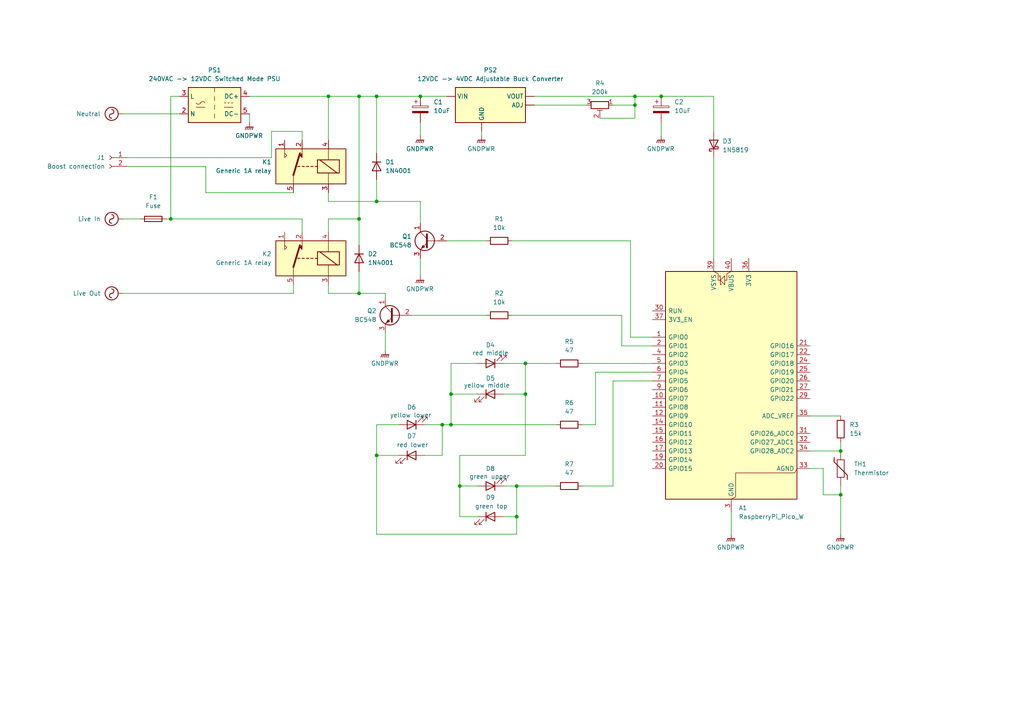
<source format=kicad_sch>
(kicad_sch (version 20250114) (generator "eeschema") (generator_version "9.0")
  (paper "A4")
  (title_block (title "ventilation-system controller"))
  (lib_symbols
    (symbol "Connector:Conn_01x02_Socket" (pin_names (offset 1.016) (hide yes))
      (property "Reference" "J" (at 0 2.54 0))
      (property "Value" "Conn_01x02_Socket" (at 0 -5.08 0))
      (symbol "Conn_01x02_Socket_1_1"
        (polyline (pts (xy -1.27 0) (xy -0.508 0)) (stroke (width 0.1524)))
        (polyline (pts (xy -1.27 -2.54) (xy -0.508 -2.54)) (stroke (width 0.1524)))
        (arc (start 0 -0.508) (mid -0.5058 0) (end 0 0.508) (stroke (width 0.1524)))
        (arc (start 0 -3.048) (mid -0.5058 -2.54) (end 0 -2.032) (stroke (width 0.1524)))
        (pin passive line (at -5.08 0 0) (length 3.81) (name "Pin_1") (number "1"))
        (pin passive line (at -5.08 -2.54 0) (length 3.81) (name "Pin_2") (number "2"))
      )
    )
    (symbol "Converter_ACDC:VTX-214-015-112"
      (property "Reference" "PS" (at 0 8.89 0))
      (property "Value" "VTX-214-015-112" (at 0 6.35 0))
      (symbol "VTX-214-015-112_0_1"
        (rectangle (start -7.62 5.08) (end 7.62 -5.08) (stroke (width 0.254)) (fill (type background)))
        (polyline (pts (xy -5.334 -0.635) (xy -2.794 -0.635)))
        (arc (start -4.064 0.635) (mid -4.699 0.2495) (end -5.334 0.635))
        (arc (start -4.064 0.635) (mid -3.429 1.0072) (end -2.794 0.635))
        (polyline (pts (xy 2.794 0.635) (xy 3.302 0.635)))
        (polyline (pts (xy 2.794 -0.635) (xy 5.334 -0.635)))
        (polyline (pts (xy 3.81 0.635) (xy 4.318 0.635)))
        (polyline (pts (xy 4.826 0.635) (xy 5.334 0.635)))
      )
      (symbol "VTX-214-015-112_1_1"
        (polyline (pts (xy 0 5.08) (xy 0 3.81)))
        (polyline (pts (xy 0 2.54) (xy 0 1.27)))
        (polyline (pts (xy 0 0) (xy 0 -1.27)))
        (polyline (pts (xy 0 -2.54) (xy 0 -3.81)))
        (pin power_in line (at -10.16 2.54 0) (length 2.54) (name "L") (number "3"))
        (pin power_in line (at -10.16 -2.54 0) (length 2.54) (name "N") (number "2"))
        (pin no_connect line (at 0 -5.08 90) (length 2.54) (hide yes) (name "FG") (number "1"))
        (pin power_out line (at 10.16 2.54 180) (length 2.54) (name "DC+") (number "4"))
        (pin power_out line (at 10.16 -2.54 180) (length 2.54) (name "DC-") (number "5"))
      )
    )
    (symbol "Device:C_Polarized" (pin_numbers (hide yes)) (pin_names (offset 0.254))
      (property "Reference" "C" (at 0.635 2.54 0))
      (property "Value" "C_Polarized" (at 0.635 -2.54 0))
      (symbol "C_Polarized_0_1"
        (rectangle (start -2.286 0.508) (end 2.286 1.016))
        (polyline (pts (xy -1.778 2.286) (xy -0.762 2.286)))
        (polyline (pts (xy -1.27 2.794) (xy -1.27 1.778)))
        (rectangle (start 2.286 -0.508) (end -2.286 -1.016) (fill (type outline)))
      )
      (symbol "C_Polarized_1_1"
        (pin passive line (at 0 3.81 270) (length 2.794) (name "~") (number "1"))
        (pin passive line (at 0 -3.81 90) (length 2.794) (name "~") (number "2"))
      )
    )
    (symbol "Device:D_Schottky" (pin_numbers (hide yes)) (pin_names (offset 1.016) (hide yes))
      (property "Reference" "D" (at 0 2.54 0))
      (property "Value" "D_Schottky" (at 0 -2.54 0))
      (symbol "D_Schottky_0_1"
        (polyline (pts (xy -1.905 0.635) (xy -1.905 1.27) (xy -1.27 1.27) (xy -1.27 -1.27) (xy -0.635 -1.27) (xy -0.635 -0.635)) (stroke (width 0.254)))
        (polyline (pts (xy 1.27 1.27) (xy 1.27 -1.27) (xy -1.27 0) (xy 1.27 1.27)) (stroke (width 0.254)))
        (polyline (pts (xy 1.27 0) (xy -1.27 0)))
      )
      (symbol "D_Schottky_1_1"
        (pin passive line (at -3.81 0 0) (length 2.54) (name "K") (number "1"))
        (pin passive line (at 3.81 0 180) (length 2.54) (name "A") (number "2"))
      )
    )
    (symbol "Device:Fuse" (pin_numbers (hide yes)) (pin_names (offset 0))
      (property "Reference" "F" (at 2.032 0 90))
      (property "Value" "Fuse" (at -1.905 0 90))
      (symbol "Fuse_0_1"
        (rectangle (start -0.762 -2.54) (end 0.762 2.54) (stroke (width 0.254)))
        (polyline (pts (xy 0 2.54) (xy 0 -2.54)))
      )
      (symbol "Fuse_1_1"
        (pin passive line (at 0 3.81 270) (length 1.27) (name "~") (number "1"))
        (pin passive line (at 0 -3.81 90) (length 1.27) (name "~") (number "2"))
      )
    )
    (symbol "Device:LED" (pin_numbers (hide yes)) (pin_names (offset 1.016) (hide yes))
      (property "Reference" "D" (at 0 2.54 0))
      (property "Value" "LED" (at 0 -2.54 0))
      (symbol "LED_0_1"
        (polyline (pts (xy -3.048 -0.762) (xy -4.572 -2.286) (xy -3.81 -2.286) (xy -4.572 -2.286) (xy -4.572 -1.524)))
        (polyline (pts (xy -1.778 -0.762) (xy -3.302 -2.286) (xy -2.54 -2.286) (xy -3.302 -2.286) (xy -3.302 -1.524)))
        (polyline (pts (xy -1.27 0) (xy 1.27 0)))
        (polyline (pts (xy -1.27 -1.27) (xy -1.27 1.27)) (stroke (width 0.254)))
        (polyline (pts (xy 1.27 -1.27) (xy 1.27 1.27) (xy -1.27 0) (xy 1.27 -1.27)) (stroke (width 0.254)))
      )
      (symbol "LED_1_1"
        (pin passive line (at -3.81 0 0) (length 2.54) (name "K") (number "1"))
        (pin passive line (at 3.81 0 180) (length 2.54) (name "A") (number "2"))
      )
    )
    (symbol "Device:R" (pin_numbers (hide yes)) (pin_names (offset 0))
      (property "Reference" "R" (at 2.032 0 90))
      (property "Value" "R" (at 0 0 90))
      (symbol "R_0_1"
        (rectangle (start -1.016 -2.54) (end 1.016 2.54) (stroke (width 0.254)))
      )
      (symbol "R_1_1"
        (pin passive line (at 0 3.81 270) (length 1.27) (name "~") (number "1"))
        (pin passive line (at 0 -3.81 90) (length 1.27) (name "~") (number "2"))
      )
    )
    (symbol "Device:R_Potentiometer_Trim" (pin_names (offset 1.016) (hide yes))
      (property "Reference" "RV" (at -4.445 0 90))
      (property "Value" "R_Potentiometer_Trim" (at -2.54 0 90))
      (symbol "R_Potentiometer_Trim_0_1"
        (rectangle (start 1.016 2.54) (end -1.016 -2.54) (stroke (width 0.254)))
        (polyline (pts (xy 1.524 0.762) (xy 1.524 -0.762)))
        (polyline (pts (xy 2.54 0) (xy 1.524 0)))
      )
      (symbol "R_Potentiometer_Trim_1_1"
        (pin passive line (at 0 3.81 270) (length 1.27) (name "1") (number "1"))
        (pin passive line (at 0 -3.81 90) (length 1.27) (name "3") (number "3"))
        (pin passive line (at 3.81 0 180) (length 1.27) (name "2") (number "2"))
      )
    )
    (symbol "Device:Thermistor" (pin_numbers (hide yes)) (pin_names (offset 0))
      (property "Reference" "TH" (at 2.54 1.27 90))
      (property "Value" "Thermistor" (at -2.54 0 90))
      (symbol "Thermistor_0_1"
        (polyline (pts (xy -1.905 3.175) (xy -1.905 1.905) (xy 1.905 -1.905) (xy 1.905 -3.175) (xy 1.905 -3.175)) (stroke (width 0.254)))
        (rectangle (start -1.016 2.54) (end 1.016 -2.54) (stroke (width 0.2032)))
      )
      (symbol "Thermistor_1_1"
        (pin passive line (at 0 5.08 270) (length 2.54) (name "~") (number "1"))
        (pin passive line (at 0 -5.08 90) (length 2.54) (name "~") (number "2"))
      )
    )
    (symbol "Diode:1N4001" (pin_numbers (hide yes)) (pin_names (hide yes))
      (property "Reference" "D" (at 0 2.54 0))
      (property "Value" "1N4001" (at 0 -2.54 0))
      (symbol "1N4001_0_1"
        (polyline (pts (xy -1.27 1.27) (xy -1.27 -1.27)) (stroke (width 0.254)))
        (polyline (pts (xy 1.27 1.27) (xy 1.27 -1.27) (xy -1.27 0) (xy 1.27 1.27)) (stroke (width 0.254)))
        (polyline (pts (xy 1.27 0) (xy -1.27 0)))
      )
      (symbol "1N4001_1_1"
        (pin passive line (at -3.81 0 0) (length 2.54) (name "K") (number "1"))
        (pin passive line (at 3.81 0 180) (length 2.54) (name "A") (number "2"))
      )
    )
    (symbol "MCU_Module:RaspberryPi_Pico_W" (pin_names (offset 0.762))
      (property "Reference" "A" (at -19.05 35.56 0))
      (property "Value" "RaspberryPi_Pico_W" (at 7.62 35.56 0))
      (symbol "RaspberryPi_Pico_W_0_1"
        (rectangle (start -19.05 34.29) (end 19.05 -31.75) (stroke (width 0.254)) (fill (type background)))
        (polyline (pts (xy -5.08 34.29) (xy -3.81 33.655) (xy -3.81 31.75) (xy -3.175 31.75)))
        (polyline (pts (xy -3.429 32.766) (xy -3.429 33.02) (xy -3.175 33.02) (xy -3.175 30.48) (xy -2.921 30.48) (xy -2.921 30.734)))
        (polyline (pts (xy -3.175 31.75) (xy -1.905 33.02) (xy -1.905 30.48) (xy -3.175 31.75)))
        (polyline (pts (xy 0 34.29) (xy -1.27 33.655) (xy -1.27 31.75) (xy -1.905 31.75)))
        (polyline (pts (xy 0 -31.75) (xy 1.27 -31.115) (xy 1.27 -24.13) (xy 18.415 -24.13) (xy 19.05 -22.86)))
      )
      (symbol "RaspberryPi_Pico_W_1_1"
        (pin passive line (at -22.86 22.86 0) (length 3.81) (name "RUN") (number "30"))
        (pin passive line (at -22.86 20.32 0) (length 3.81) (name "3V3_EN") (number "37"))
        (pin bidirectional line (at -22.86 15.24 0) (length 3.81) (name "GPIO0") (number "1"))
        (pin bidirectional line (at -22.86 12.7 0) (length 3.81) (name "GPIO1") (number "2"))
        (pin bidirectional line (at -22.86 10.16 0) (length 3.81) (name "GPIO2") (number "4"))
        (pin bidirectional line (at -22.86 7.62 0) (length 3.81) (name "GPIO3") (number "5"))
        (pin bidirectional line (at -22.86 5.08 0) (length 3.81) (name "GPIO4") (number "6"))
        (pin bidirectional line (at -22.86 2.54 0) (length 3.81) (name "GPIO5") (number "7"))
        (pin bidirectional line (at -22.86 0 0) (length 3.81) (name "GPIO6") (number "9"))
        (pin bidirectional line (at -22.86 -2.54 0) (length 3.81) (name "GPIO7") (number "10"))
        (pin bidirectional line (at -22.86 -5.08 0) (length 3.81) (name "GPIO8") (number "11"))
        (pin bidirectional line (at -22.86 -7.62 0) (length 3.81) (name "GPIO9") (number "12"))
        (pin bidirectional line (at -22.86 -10.16 0) (length 3.81) (name "GPIO10") (number "14"))
        (pin bidirectional line (at -22.86 -12.7 0) (length 3.81) (name "GPIO11") (number "15"))
        (pin bidirectional line (at -22.86 -15.24 0) (length 3.81) (name "GPIO12") (number "16"))
        (pin bidirectional line (at -22.86 -17.78 0) (length 3.81) (name "GPIO13") (number "17"))
        (pin bidirectional line (at -22.86 -20.32 0) (length 3.81) (name "GPIO14") (number "19"))
        (pin bidirectional line (at -22.86 -22.86 0) (length 3.81) (name "GPIO15") (number "20"))
        (pin power_in line (at -5.08 38.1 270) (length 3.81) (name "VSYS") (number "39"))
        (pin power_out line (at 0 38.1 270) (length 3.81) (name "VBUS") (number "40"))
        (pin passive line (at 0 -35.56 90) (length 3.81) (hide yes) (name "GND") (number "13"))
        (pin passive line (at 0 -35.56 90) (length 3.81) (hide yes) (name "GND") (number "18"))
        (pin passive line (at 0 -35.56 90) (length 3.81) (hide yes) (name "GND") (number "23"))
        (pin passive line (at 0 -35.56 90) (length 3.81) (hide yes) (name "GND") (number "28"))
        (pin power_out line (at 0 -35.56 90) (length 3.81) (name "GND") (number "3"))
        (pin passive line (at 0 -35.56 90) (length 3.81) (hide yes) (name "GND") (number "38"))
        (pin passive line (at 0 -35.56 90) (length 3.81) (hide yes) (name "GND") (number "8"))
        (pin power_out line (at 5.08 38.1 270) (length 3.81) (name "3V3") (number "36"))
        (pin bidirectional line (at 22.86 12.7 180) (length 3.81) (name "GPIO16") (number "21"))
        (pin bidirectional line (at 22.86 10.16 180) (length 3.81) (name "GPIO17") (number "22"))
        (pin bidirectional line (at 22.86 7.62 180) (length 3.81) (name "GPIO18") (number "24"))
        (pin bidirectional line (at 22.86 5.08 180) (length 3.81) (name "GPIO19") (number "25"))
        (pin bidirectional line (at 22.86 2.54 180) (length 3.81) (name "GPIO20") (number "26"))
        (pin bidirectional line (at 22.86 0 180) (length 3.81) (name "GPIO21") (number "27"))
        (pin bidirectional line (at 22.86 -2.54 180) (length 3.81) (name "GPIO22") (number "29"))
        (pin power_in line (at 22.86 -7.62 180) (length 3.81) (name "ADC_VREF") (number "35"))
        (pin bidirectional line (at 22.86 -12.7 180) (length 3.81) (name "GPIO26_ADC0") (number "31"))
        (pin bidirectional line (at 22.86 -15.24 180) (length 3.81) (name "GPIO27_ADC1") (number "32"))
        (pin bidirectional line (at 22.86 -17.78 180) (length 3.81) (name "GPIO28_ADC2") (number "34"))
        (pin power_out line (at 22.86 -22.86 180) (length 3.81) (name "AGND") (number "33"))
      )
    )
    (symbol "Relay:Y14x-1C-xxDS"
      (property "Reference" "K" (at 11.43 3.81 0))
      (property "Value" "Y14x-1C-xxDS" (at 11.43 1.27 0))
      (symbol "Y14x-1C-xxDS_0_0"
        (polyline (pts (xy 7.62 5.08) (xy 7.62 2.54) (xy 6.985 3.175) (xy 7.62 3.81)))
      )
      (symbol "Y14x-1C-xxDS_0_1"
        (rectangle (start -10.16 5.08) (end 10.16 -5.08) (stroke (width 0.254)) (fill (type background)))
        (rectangle (start -8.255 1.905) (end -1.905 -1.905) (stroke (width 0.254)))
        (polyline (pts (xy -7.62 -1.905) (xy -2.54 1.905)) (stroke (width 0.254)))
        (polyline (pts (xy -5.08 5.08) (xy -5.08 1.905)))
        (polyline (pts (xy -5.08 -5.08) (xy -5.08 -1.905)))
        (polyline (pts (xy -1.905 0) (xy -1.27 0)) (stroke (width 0.254)))
        (polyline (pts (xy -0.635 0) (xy 0 0)) (stroke (width 0.254)))
        (polyline (pts (xy 0.635 0) (xy 1.27 0)) (stroke (width 0.254)))
        (polyline (pts (xy 1.905 0) (xy 2.54 0)) (stroke (width 0.254)))
        (polyline (pts (xy 2.54 5.08) (xy 2.54 2.54) (xy 3.175 3.175) (xy 2.54 3.81)) (fill (type outline)))
        (polyline (pts (xy 3.175 0) (xy 3.81 0)) (stroke (width 0.254)))
        (polyline (pts (xy 5.08 -2.54) (xy 3.175 3.81)) (stroke (width 0.508)))
        (polyline (pts (xy 5.08 -2.54) (xy 5.08 -5.08)))
      )
      (symbol "Y14x-1C-xxDS_1_1"
        (pin passive line (at -5.08 7.62 270) (length 2.54) (name "~") (number "4"))
        (pin passive line (at -5.08 -7.62 90) (length 2.54) (name "~") (number "3"))
        (pin passive line (at 2.54 7.62 270) (length 2.54) (name "~") (number "2"))
        (pin passive line (at 5.08 -7.62 90) (length 2.54) (name "~") (number "5"))
        (pin passive line (at 5.08 -7.62 90) (length 2.54) (hide yes) (name "~") (number "6"))
        (pin passive line (at 7.62 7.62 270) (length 2.54) (name "~") (number "1"))
      )
    )
    (symbol "Transistor_BJT:BC548" (pin_names (offset 0) (hide yes))
      (property "Reference" "Q" (at 5.08 1.905 0))
      (property "Value" "BC548" (at 5.08 0 0))
      (symbol "BC548_0_1"
        (polyline (pts (xy -2.54 0) (xy 0.635 0)))
        (polyline (pts (xy 0.635 1.905) (xy 0.635 -1.905)) (stroke (width 0.508)))
        (circle (center 1.27 0) (radius 2.8194) (stroke (width 0.254)))
      )
      (symbol "BC548_1_1"
        (polyline (pts (xy 0.635 0.635) (xy 2.54 2.54)))
        (polyline (pts (xy 0.635 -0.635) (xy 2.54 -2.54)))
        (polyline (pts (xy 1.27 -1.778) (xy 1.778 -1.27) (xy 2.286 -2.286) (xy 1.27 -1.778)) (fill (type outline)))
        (pin input line (at -5.08 0 0) (length 2.54) (name "B") (number "2"))
        (pin passive line (at 2.54 5.08 270) (length 2.54) (name "C") (number "1"))
        (pin passive line (at 2.54 -5.08 90) (length 2.54) (name "E") (number "3"))
      )
    )
    (symbol "power:AC" (power) (pin_numbers (hide yes)) (pin_names (offset 0) (hide yes))
      (property "Value" "AC" (at 0 6.35 0))
      (symbol "AC_0_1"
        (arc (start -1.27 3.175) (mid -0.635 3.8073) (end 0 3.175) (stroke (width 0.254)))
        (circle (center 0 3.175) (radius 1.905) (stroke (width 0.254)))
        (polyline (pts (xy 0 0) (xy 0 1.27)))
        (arc (start 1.27 3.175) (mid 0.635 2.5427) (end 0 3.175) (stroke (width 0.254)))
      )
      (symbol "AC_1_1"
        (pin power_in line (at 0 0 90) (length 0) (name "~") (number "1"))
      )
    )
    (symbol "power:GNDPWR" (power) (pin_numbers (hide yes)) (pin_names (offset 0) (hide yes))
      (property "Value" "GNDPWR" (at 0 -3.302 0))
      (symbol "GNDPWR_0_1"
        (polyline (pts (xy -1.016 -1.27) (xy -1.27 -2.032) (xy -1.27 -2.032)) (stroke (width 0.2032)))
        (polyline (pts (xy -0.508 -1.27) (xy -0.762 -2.032) (xy -0.762 -2.032)) (stroke (width 0.2032)))
        (polyline (pts (xy 0 -1.27) (xy 0 0)))
        (polyline (pts (xy 0 -1.27) (xy -0.254 -2.032) (xy -0.254 -2.032)) (stroke (width 0.2032)))
        (polyline (pts (xy 0.508 -1.27) (xy 0.254 -2.032) (xy 0.254 -2.032)) (stroke (width 0.2032)))
        (polyline (pts (xy 1.016 -1.27) (xy -1.016 -1.27) (xy -1.016 -1.27)) (stroke (width 0.2032)))
        (polyline (pts (xy 1.016 -1.27) (xy 0.762 -2.032) (xy 0.762 -2.032) (xy 0.762 -2.032)) (stroke (width 0.2032)))
      )
      (symbol "GNDPWR_1_1"
        (pin power_in line (at 0 0 270) (length 0) (name "~") (number "1"))
      )
    )
    (symbol "vslib:vsreg"
      (property "Reference" "U" (at -8.89 6.35 0))
      (property "Value" "vsreg" (at 6.35 6.35 0))
      (symbol "vsreg_0_1"
        (rectangle (start -10.16 5.08) (end 10.16 -5.08) (stroke (width 0.254)) (fill (type background)))
      )
      (symbol "vsreg_1_1"
        (pin power_in line (at -12.7 2.54 0) (length 2.54) (name "VIN") (number ""))
        (pin power_in line (at -2.54 -7.62 90) (length 2.54) (name "GND") (number ""))
        (pin power_out line (at 12.7 2.54 180) (length 2.54) (name "VOUT") (number ""))
        (pin input line (at 12.7 0 180) (length 2.54) (name "ADJ") (number ""))
      )
    )
  )
  (junction (at 152.4 105.41))
  (junction (at 149.86 140.97))
  (junction (at 133.35 140.97))
  (junction (at 109.22 132.08))
  (junction (at 191.77 27.94))
  (junction (at 243.84 130.81))
  (junction (at 243.84 143.51))
  (junction (at 184.15 27.94))
  (junction (at 130.81 114.3))
  (junction (at 104.14 63.5))
  (junction (at 109.22 27.94))
  (junction (at 184.15 30.48))
  (junction (at 49.53 63.5))
  (junction (at 104.14 85.09))
  (junction (at 109.22 58.42))
  (junction (at 95.25 27.94))
  (junction (at 104.14 27.94))
  (junction (at 121.92 27.94))
  (junction (at 128.27 123.19))
  (junction (at 149.86 149.86))
  (junction (at 152.4 114.3))
  (junction (at 130.81 123.19))
  (wire (pts (xy 154.94 30.48) (xy 170.18 30.48)))
  (wire (pts (xy 104.14 27.94) (xy 109.22 27.94)))
  (wire (pts (xy 128.27 123.19) (xy 130.81 123.19)))
  (wire (pts (xy 234.95 130.81) (xy 243.84 130.81)))
  (wire (pts (xy 121.92 35.56) (xy 121.92 39.37)))
  (wire (pts (xy 184.15 30.48) (xy 184.15 27.94)))
  (wire (pts (xy 35.56 85.09) (xy 85.09 85.09)))
  (wire (pts (xy 48.26 63.5) (xy 49.53 63.5)))
  (wire (pts (xy 109.22 123.19) (xy 109.22 132.08)))
  (wire (pts (xy 109.22 27.94) (xy 121.92 27.94)))
  (wire (pts (xy 111.76 96.52) (xy 111.76 101.6)))
  (wire (pts (xy 146.05 140.97) (xy 149.86 140.97)))
  (wire (pts (xy 182.88 69.85) (xy 182.88 97.79)))
  (wire (pts (xy 123.19 123.19) (xy 128.27 123.19)))
  (wire (pts (xy 109.22 132.08) (xy 115.57 132.08)))
  (wire (pts (xy 129.54 69.85) (xy 140.97 69.85)))
  (wire (pts (xy 243.84 130.81) (xy 243.84 128.27)))
  (wire (pts (xy 49.53 27.94) (xy 52.07 27.94)))
  (wire (pts (xy 149.86 140.97) (xy 161.29 140.97)))
  (wire (pts (xy 152.4 114.3) (xy 146.05 114.3)))
  (wire (pts (xy 95.25 58.42) (xy 109.22 58.42)))
  (wire (pts (xy 177.8 30.48) (xy 184.15 30.48)))
  (wire (pts (xy 130.81 105.41) (xy 138.43 105.41)))
  (wire (pts (xy 154.94 27.94) (xy 184.15 27.94)))
  (wire (pts (xy 85.09 55.88) (xy 59.69 55.88)))
  (wire (pts (xy 85.09 85.09) (xy 85.09 82.55)))
  (wire (pts (xy 184.15 34.29) (xy 184.15 30.48)))
  (wire (pts (xy 191.77 39.37) (xy 191.77 35.56)))
  (wire (pts (xy 130.81 105.41) (xy 130.81 114.3)))
  (wire (pts (xy 109.22 123.19) (xy 115.57 123.19)))
  (wire (pts (xy 243.84 154.94) (xy 243.84 143.51)))
  (wire (pts (xy 152.4 114.3) (xy 152.4 132.08)))
  (wire (pts (xy 104.14 85.09) (xy 111.76 85.09)))
  (wire (pts (xy 180.34 91.44) (xy 148.59 91.44)))
  (wire (pts (xy 111.76 86.36) (xy 111.76 85.09)))
  (wire (pts (xy 109.22 27.94) (xy 109.22 44.45)))
  (wire (pts (xy 130.81 114.3) (xy 138.43 114.3)))
  (wire (pts (xy 95.25 27.94) (xy 95.25 40.64)))
  (wire (pts (xy 207.01 27.94) (xy 207.01 38.1)))
  (wire (pts (xy 139.7 39.37) (xy 139.7 38.1)))
  (wire (pts (xy 177.8 110.49) (xy 189.23 110.49)))
  (wire (pts (xy 168.91 123.19) (xy 172.72 123.19)))
  (wire (pts (xy 59.69 48.26) (xy 36.83 48.26)))
  (wire (pts (xy 180.34 100.33) (xy 189.23 100.33)))
  (wire (pts (xy 130.81 123.19) (xy 161.29 123.19)))
  (wire (pts (xy 168.91 105.41) (xy 189.23 105.41)))
  (wire (pts (xy 149.86 140.97) (xy 149.86 149.86)))
  (wire (pts (xy 180.34 100.33) (xy 180.34 91.44)))
  (wire (pts (xy 87.63 38.1) (xy 87.63 40.64)))
  (wire (pts (xy 149.86 149.86) (xy 149.86 154.94)))
  (wire (pts (xy 182.88 97.79) (xy 189.23 97.79)))
  (wire (pts (xy 49.53 63.5) (xy 87.63 63.5)))
  (wire (pts (xy 152.4 105.41) (xy 152.4 114.3)))
  (wire (pts (xy 243.84 143.51) (xy 243.84 140.97)))
  (wire (pts (xy 234.95 120.65) (xy 243.84 120.65)))
  (wire (pts (xy 146.05 149.86) (xy 149.86 149.86)))
  (wire (pts (xy 172.72 123.19) (xy 172.72 107.95)))
  (wire (pts (xy 238.76 143.51) (xy 243.84 143.51)))
  (wire (pts (xy 238.76 135.89) (xy 238.76 143.51)))
  (wire (pts (xy 78.74 38.1) (xy 87.63 38.1)))
  (wire (pts (xy 152.4 132.08) (xy 133.35 132.08)))
  (wire (pts (xy 36.83 45.72) (xy 78.74 45.72)))
  (wire (pts (xy 177.8 140.97) (xy 177.8 110.49)))
  (wire (pts (xy 109.22 154.94) (xy 109.22 132.08)))
  (wire (pts (xy 207.01 45.72) (xy 207.01 74.93)))
  (wire (pts (xy 152.4 105.41) (xy 161.29 105.41)))
  (wire (pts (xy 49.53 27.94) (xy 49.53 63.5)))
  (wire (pts (xy 133.35 149.86) (xy 138.43 149.86)))
  (wire (pts (xy 234.95 135.89) (xy 238.76 135.89)))
  (wire (pts (xy 148.59 69.85) (xy 182.88 69.85)))
  (wire (pts (xy 119.38 91.44) (xy 140.97 91.44)))
  (wire (pts (xy 128.27 132.08) (xy 123.19 132.08)))
  (wire (pts (xy 104.14 71.12) (xy 104.14 63.5)))
  (wire (pts (xy 121.92 74.93) (xy 121.92 80.01)))
  (wire (pts (xy 191.77 27.94) (xy 207.01 27.94)))
  (wire (pts (xy 35.56 33.02) (xy 52.07 33.02)))
  (wire (pts (xy 104.14 27.94) (xy 104.14 63.5)))
  (wire (pts (xy 72.39 27.94) (xy 95.25 27.94)))
  (wire (pts (xy 95.25 67.31) (xy 95.25 63.5)))
  (wire (pts (xy 133.35 140.97) (xy 138.43 140.97)))
  (wire (pts (xy 121.92 27.94) (xy 129.54 27.94)))
  (wire (pts (xy 128.27 123.19) (xy 128.27 132.08)))
  (wire (pts (xy 95.25 82.55) (xy 95.25 85.09)))
  (wire (pts (xy 121.92 58.42) (xy 109.22 58.42)))
  (wire (pts (xy 168.91 140.97) (xy 177.8 140.97)))
  (wire (pts (xy 78.74 45.72) (xy 78.74 38.1)))
  (wire (pts (xy 72.39 33.02) (xy 72.39 35.56)))
  (wire (pts (xy 184.15 27.94) (xy 191.77 27.94)))
  (wire (pts (xy 109.22 154.94) (xy 149.86 154.94)))
  (wire (pts (xy 173.99 34.29) (xy 184.15 34.29)))
  (wire (pts (xy 146.05 105.41) (xy 152.4 105.41)))
  (wire (pts (xy 172.72 107.95) (xy 189.23 107.95)))
  (wire (pts (xy 133.35 140.97) (xy 133.35 149.86)))
  (wire (pts (xy 87.63 63.5) (xy 87.63 67.31)))
  (wire (pts (xy 95.25 63.5) (xy 104.14 63.5)))
  (wire (pts (xy 95.25 55.88) (xy 95.25 58.42)))
  (wire (pts (xy 121.92 58.42) (xy 121.92 64.77)))
  (wire (pts (xy 133.35 140.97) (xy 133.35 132.08)))
  (wire (pts (xy 95.25 27.94) (xy 104.14 27.94)))
  (wire (pts (xy 109.22 52.07) (xy 109.22 58.42)))
  (wire (pts (xy 104.14 78.74) (xy 104.14 85.09)))
  (wire (pts (xy 212.09 148.59) (xy 212.09 154.94)))
  (wire (pts (xy 95.25 85.09) (xy 104.14 85.09)))
  (wire (pts (xy 35.56 63.5) (xy 40.64 63.5)))
  (wire (pts (xy 59.69 55.88) (xy 59.69 48.26)))
  (wire (pts (xy 130.81 114.3) (xy 130.81 123.19)))
  (symbol (lib_id "Device:R_Potentiometer_Trim") (at 173.99 30.48 270) (unit 1)
    (property "Reference" "R4" (at 173.99 24.13 90))
    (property "Value" "200k" (at 173.99 26.67 90))
    (property "Description" "Trim-potentiometer" (effects (hide yes)))
  )
  (symbol (lib_id "power:AC") (at 35.56 85.09 90) (unit 1)
    (property "Reference" "#PWR03" (effects (hide yes)))
    (property "Value" "Live Out" (at 29.21 85.0899 90) (effects (justify left)))
    (property "Description" "Power symbol creates a global label with name \"AC\"" (effects (hide yes)))
  )
  (symbol (lib_id "Device:Thermistor") (at 243.84 135.89 0) (unit 1)
    (property "Reference" "TH1" (at 247.65 134.6199 0) (effects (justify left)))
    (property "Value" "Thermistor" (at 247.65 137.1599 0) (effects (justify left)))
    (property "Description" "Temperature dependent resistor" (effects (hide yes)))
  )
  (symbol (lib_id "power:GNDPWR") (at 191.77 39.37 0) (unit 1)
    (property "Reference" "#PWR08" (effects (hide yes)))
    (property "Value" "GNDPWR" (at 191.643 43.18 0))
    (property "Description" "Power symbol creates a global label with name \"GNDPWR\" , global ground" (effects (hide yes)))
  )
  (symbol (lib_id "Diode:1N4001") (at 104.14 74.93 270) (unit 1)
    (property "Reference" "D2" (at 106.68 73.6599 90) (effects (justify left)))
    (property "Value" "1N4001" (at 106.68 76.1999 90) (effects (justify left)))
    (property "Footprint" "Diode_THT:D_DO-41_SOD81_P10.16mm_Horizontal" (effects (hide yes)))
    (property "Datasheet" "http://www.vishay.com/docs/88503/1n4001.pdf" (effects (hide yes)))
    (property "Description" "50V 1A General Purpose Rectifier Diode, DO-41" (effects (hide yes)))
    (property "Sim.Device" "D" (effects (hide yes)))
    (property "Sim.Pins" "1=K 2=A" (effects (hide yes)))
  )
  (symbol (lib_id "Device:R") (at 165.1 105.41 90) (unit 1)
    (property "Reference" "R5" (at 165.1 99.06 90))
    (property "Value" "47" (at 165.1 101.6 90))
    (property "Description" "Resistor" (effects (hide yes)))
  )
  (symbol (lib_id "power:GNDPWR") (at 72.39 35.56 0) (unit 1)
    (property "Reference" "#PWR06" (effects (hide yes)))
    (property "Value" "GNDPWR" (at 72.263 39.37 0))
    (property "Description" "Power symbol creates a global label with name \"GNDPWR\" , global ground" (effects (hide yes)))
  )
  (symbol (lib_id "Device:R") (at 144.78 69.85 90) (unit 1)
    (property "Reference" "R1" (at 144.78 63.5 90))
    (property "Value" "10k" (at 144.78 66.04 90))
    (property "Description" "Resistor" (effects (hide yes)))
  )
  (symbol (lib_id "vslib:vsreg") (at 142.24 30.48 0) (unit 1)
    (property "Reference" "PS2" (at 142.24 20.32 0))
    (property "Value" "12VDC -> 4VDC Adjustable Buck Converter" (at 142.24 22.86 0))
    (property "Description" "Generic adjustable buck converter module" (effects (hide yes)))
  )
  (symbol (lib_id "Device:R") (at 165.1 140.97 90) (unit 1)
    (property "Reference" "R7" (at 165.1 134.62 90))
    (property "Value" "47" (at 165.1 137.16 90))
    (property "Description" "Resistor" (effects (hide yes)))
  )
  (symbol (lib_id "Connector:Conn_01x02_Socket") (at 31.75 45.72 0) (mirror y) (unit 1)
    (property "Reference" "J1" (at 30.48 45.7199 0) (effects (justify left)))
    (property "Value" "Boost connection" (at 30.48 48.2599 0) (effects (justify left)))
    (property "Description" "Generic connector, single row, 01x02, script generated" (effects (hide yes)))
  )
  (symbol (lib_id "Device:D_Schottky") (at 207.01 41.91 90) (unit 1)
    (property "Reference" "D3" (at 209.55 40.9574 90) (effects (justify right)))
    (property "Value" "1N5819" (at 209.55 43.4974 90) (effects (justify right)))
    (property "Description" "Schottky diode" (effects (hide yes)))
  )
  (symbol (lib_id "Relay:Y14x-1C-xxDS") (at 90.17 48.26 0) (mirror y) (unit 1)
    (property "Reference" "K1" (at 78.74 46.9899 0) (effects (justify left)))
    (property "Value" "Generic 1A relay" (at 78.74 49.5299 0) (effects (justify left)))
    (property "Footprint" "Relay_THT:Relay_SPDT_HsinDa_Y14" (effects (hide yes)))
    (property "Datasheet" "http://www.hsinda.com.tw/upload/file/Y14-20200430135145.pdf" (effects (hide yes)))
    (property "Description" "Hsin Da Y14-series relay, Single Pole Dual Throw" (effects (hide yes)))
  )
  (symbol (lib_id "Device:LED") (at 142.24 140.97 180) (unit 1)
    (property "Reference" "D8" (at 142.24 135.89 0))
    (property "Value" "green upper" (at 141.986 138.176 0))
    (property "Description" "Light emitting diode" (effects (hide yes)))
    (property "Sim.Pins" "1=K 2=A" (effects (hide yes)))
  )
  (symbol (lib_id "power:AC") (at 35.56 63.5 90) (unit 1)
    (property "Reference" "#PWR02" (effects (hide yes)))
    (property "Value" "Live In" (at 29.21 63.4999 90) (effects (justify left)))
    (property "Description" "Power symbol creates a global label with name \"AC\"" (effects (hide yes)))
  )
  (symbol (lib_id "Device:LED") (at 142.24 105.41 180) (unit 1)
    (property "Reference" "D4" (at 142.24 100.076 0))
    (property "Value" "red middle" (at 142.24 102.362 0))
    (property "Description" "Light emitting diode" (effects (hide yes)))
    (property "Sim.Pins" "1=K 2=A" (effects (hide yes)))
  )
  (symbol (lib_id "Diode:1N4001") (at 109.22 48.26 270) (unit 1)
    (property "Reference" "D1" (at 111.76 46.9899 90) (effects (justify left)))
    (property "Value" "1N4001" (at 111.76 49.5299 90) (effects (justify left)))
    (property "Footprint" "Diode_THT:D_DO-41_SOD81_P10.16mm_Horizontal" (effects (hide yes)))
    (property "Datasheet" "http://www.vishay.com/docs/88503/1n4001.pdf" (effects (hide yes)))
    (property "Description" "50V 1A General Purpose Rectifier Diode, DO-41" (effects (hide yes)))
    (property "Sim.Device" "D" (effects (hide yes)))
    (property "Sim.Pins" "1=K 2=A" (effects (hide yes)))
  )
  (symbol (lib_id "power:GNDPWR") (at 121.92 39.37 0) (unit 1)
    (property "Reference" "#PWR010" (effects (hide yes)))
    (property "Value" "GNDPWR" (at 121.793 43.18 0))
    (property "Description" "Power symbol creates a global label with name \"GNDPWR\" , global ground" (effects (hide yes)))
  )
  (symbol (lib_id "power:GNDPWR") (at 212.09 154.94 0) (unit 1)
    (property "Reference" "#PWR05" (effects (hide yes)))
    (property "Value" "GNDPWR" (at 211.963 158.75 0))
    (property "Description" "Power symbol creates a global label with name \"GNDPWR\" , global ground" (effects (hide yes)))
  )
  (symbol (lib_id "power:GNDPWR") (at 111.76 101.6 0) (unit 1)
    (property "Reference" "#PWR01" (effects (hide yes)))
    (property "Value" "GNDPWR" (at 111.633 105.41 0))
    (property "Description" "Power symbol creates a global label with name \"GNDPWR\" , global ground" (effects (hide yes)))
  )
  (symbol (lib_id "Device:LED") (at 119.38 123.19 180) (unit 1)
    (property "Reference" "D6" (at 119.38 118.11 0))
    (property "Value" "yellow lower" (at 119.126 120.396 0))
    (property "Description" "Light emitting diode" (effects (hide yes)))
    (property "Sim.Pins" "1=K 2=A" (effects (hide yes)))
  )
  (symbol (lib_id "Transistor_BJT:BC548") (at 114.3 91.44 0) (mirror y) (unit 1)
    (property "Reference" "Q2" (at 109.22 90.1699 0) (effects (justify left)))
    (property "Value" "BC548" (at 109.22 92.7099 0) (effects (justify left)))
    (property "Footprint" "Package_TO_SOT_THT:TO-92_Inline" (effects (hide yes)))
    (property "Datasheet" "https://www.onsemi.com/pub/Collateral/BC550-D.pdf" (effects (hide yes)))
    (property "Description" "0.1A Ic, 30V Vce, Small Signal NPN Transistor, TO-92" (effects (hide yes)))
  )
  (symbol (lib_id "power:GNDPWR") (at 139.7 39.37 0) (unit 1)
    (property "Reference" "#PWR07" (effects (hide yes)))
    (property "Value" "GNDPWR" (at 139.573 43.18 0))
    (property "Description" "Power symbol creates a global label with name \"GNDPWR\" , global ground" (effects (hide yes)))
  )
  (symbol (lib_id "Device:LED") (at 119.38 132.08 0) (unit 1)
    (property "Reference" "D7" (at 119.38 126.492 0))
    (property "Value" "red lower" (at 119.634 129.032 0))
    (property "Description" "Light emitting diode" (effects (hide yes)))
    (property "Sim.Pins" "1=K 2=A" (effects (hide yes)))
  )
  (symbol (lib_id "power:GNDPWR") (at 121.92 80.01 0) (unit 1)
    (property "Reference" "#PWR011" (effects (hide yes)))
    (property "Value" "GNDPWR" (at 121.793 83.82 0))
    (property "Description" "Power symbol creates a global label with name \"GNDPWR\" , global ground" (effects (hide yes)))
  )
  (symbol (lib_id "Relay:Y14x-1C-xxDS") (at 90.17 74.93 0) (mirror y) (unit 1)
    (property "Reference" "K2" (at 78.74 73.6599 0) (effects (justify left)))
    (property "Value" "Generic 1A relay" (at 78.74 76.1999 0) (effects (justify left)))
    (property "Footprint" "Relay_THT:Relay_SPDT_HsinDa_Y14" (effects (hide yes)))
    (property "Datasheet" "http://www.hsinda.com.tw/upload/file/Y14-20200430135145.pdf" (effects (hide yes)))
    (property "Description" "Hsin Da Y14-series relay, Single Pole Dual Throw" (effects (hide yes)))
  )
  (symbol (lib_id "Device:C_Polarized") (at 121.92 31.75 0) (unit 1)
    (property "Reference" "C1" (at 125.73 29.5909 0) (effects (justify left)))
    (property "Value" "10uF" (at 125.73 32.1309 0) (effects (justify left)))
    (property "Description" "Polarized capacitor" (effects (hide yes)))
  )
  (symbol (lib_id "power:GNDPWR") (at 243.84 154.94 0) (unit 1)
    (property "Reference" "#PWR09" (effects (hide yes)))
    (property "Value" "GNDPWR" (at 243.713 158.75 0))
    (property "Description" "Power symbol creates a global label with name \"GNDPWR\" , global ground" (effects (hide yes)))
  )
  (symbol (lib_id "power:AC") (at 35.56 33.02 90) (unit 1)
    (property "Reference" "#PWR04" (effects (hide yes)))
    (property "Value" "Neutral" (at 29.21 33.0199 90) (effects (justify left)))
    (property "Description" "Power symbol creates a global label with name \"AC\"" (effects (hide yes)))
  )
  (symbol (lib_id "Device:Fuse") (at 44.45 63.5 270) (unit 1)
    (property "Reference" "F1" (at 44.45 57.15 90))
    (property "Value" "Fuse" (at 44.45 59.69 90))
    (property "Description" "Fuse" (effects (hide yes)))
  )
  (symbol (lib_id "MCU_Module:RaspberryPi_Pico_W") (at 212.09 113.03 0) (unit 1)
    (property "Reference" "A1" (at 214.2333 147.32 0) (effects (justify left)))
    (property "Value" "RaspberryPi_Pico_W" (at 214.2333 149.86 0) (effects (justify left)))
    (property "Footprint" "Module:RaspberryPi_Pico_W_SMD_HandSolder" (effects (hide yes)))
    (property "Datasheet" "https://datasheets.raspberrypi.com/picow/pico-w-datasheet.pdf" (effects (hide yes)))
    (property "Description" "Versatile and inexpensive wireless microcontroller module powered by RP2040 dual-core Arm Cortex-M0+ processor up to 133 MHz, 264kB SRAM, 2MB QSPI flash, Infineon CYW43439 2.4GHz 802.11n wireless LAN; also supports Raspberry Pi Pico 2 W" (effects (hide yes)))
  )
  (symbol (lib_id "Converter_ACDC:VTX-214-015-112") (at 62.23 30.48 0) (unit 1)
    (property "Reference" "PS1" (at 62.23 20.32 0))
    (property "Value" "240VAC -> 12VDC Switched Mode PSU" (at 62.23 22.86 0))
    (property "Footprint" "Converter_ACDC:Converter_ACDC_Vigortronix_VTX-214-015-1xx_THT" (effects (hide yes)))
    (property "Datasheet" "http://www.vigortronix.com/15WattSMPSPCBModuleAC-DC" (effects (hide yes)))
    (property "Description" "12V Vigortronix 15W ACDC Converters" (effects (hide yes)))
  )
  (symbol (lib_id "Device:C_Polarized") (at 191.77 31.75 0) (unit 1)
    (property "Reference" "C2" (at 195.58 29.5909 0) (effects (justify left)))
    (property "Value" "10uF" (at 195.58 32.1309 0) (effects (justify left)))
    (property "Description" "Polarized capacitor" (effects (hide yes)))
  )
  (symbol (lib_id "Device:R") (at 243.84 124.46 180) (unit 1)
    (property "Reference" "R3" (at 246.38 123.1899 0) (effects (justify right)))
    (property "Value" "15k" (at 246.38 125.7299 0) (effects (justify right)))
    (property "Description" "Resistor" (effects (hide yes)))
  )
  (symbol (lib_id "Device:R") (at 165.1 123.19 90) (unit 1)
    (property "Reference" "R6" (at 165.1 116.84 90))
    (property "Value" "47" (at 165.1 119.38 90))
    (property "Description" "Resistor" (effects (hide yes)))
  )
  (symbol (lib_id "Device:LED") (at 142.24 149.86 0) (unit 1)
    (property "Reference" "D9" (at 142.24 144.272 0))
    (property "Value" "green top" (at 142.494 146.812 0))
    (property "Description" "Light emitting diode" (effects (hide yes)))
    (property "Sim.Pins" "1=K 2=A" (effects (hide yes)))
  )
  (symbol (lib_id "Device:LED") (at 142.24 114.3 0) (unit 1)
    (property "Reference" "D5" (at 142.24 109.728 0))
    (property "Value" "yellow middle" (at 141.224 111.76 0))
    (property "Description" "Light emitting diode" (effects (hide yes)))
    (property "Sim.Pins" "1=K 2=A" (effects (hide yes)))
  )
  (symbol (lib_id "Transistor_BJT:BC548") (at 124.46 69.85 0) (mirror y) (unit 1)
    (property "Reference" "Q1" (at 119.38 68.5799 0) (effects (justify left)))
    (property "Value" "BC548" (at 119.38 71.1199 0) (effects (justify left)))
    (property "Footprint" "Package_TO_SOT_THT:TO-92_Inline" (effects (hide yes)))
    (property "Datasheet" "https://www.onsemi.com/pub/Collateral/BC550-D.pdf" (effects (hide yes)))
    (property "Description" "0.1A Ic, 30V Vce, Small Signal NPN Transistor, TO-92" (effects (hide yes)))
  )
  (symbol (lib_id "Device:R") (at 144.78 91.44 90) (unit 1)
    (property "Reference" "R2" (at 144.78 85.09 90))
    (property "Value" "10k" (at 144.78 87.63 90))
    (property "Description" "Resistor" (effects (hide yes)))
  )
)
</source>
